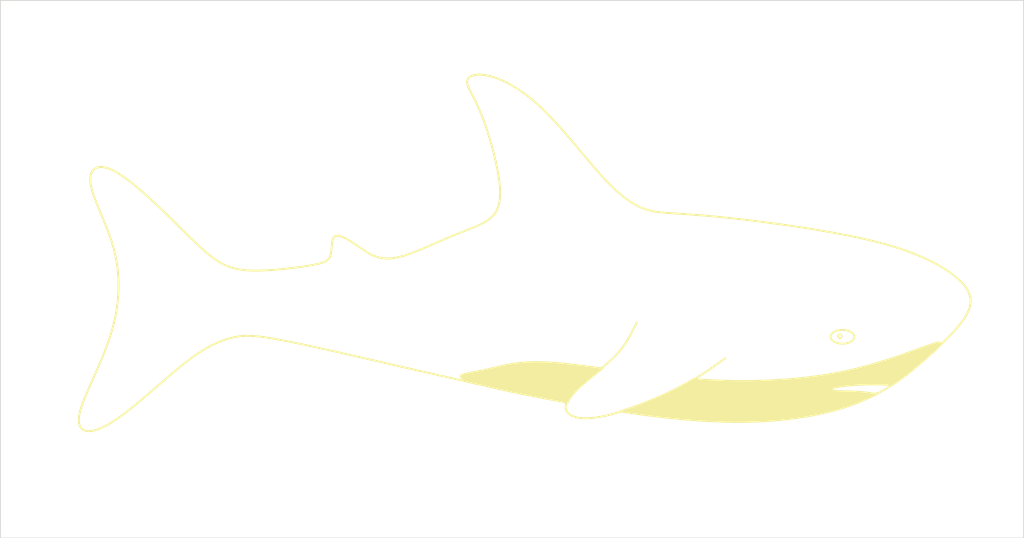
<source format=kicad_pcb>
(kicad_pcb (version 20241229) (generator "pcbnew") (generator_version "9.0")
  (layers (0 "F.Cu" signal) (2 "B.Cu" signal) (13 "F.Paste" user) (15 "B.Paste" user) (5 "F.SilkS" user "F.Silkscreen") (7 "B.SilkS" user "B.Silkscreen") (1 "F.Mask" user) (3 "B.Mask" user) (25 "Edge.Cuts" user))
  (net 0 "")
  (footprint "Symbol:Smolhaj_Scale_0.1" (layer "F.Cu") (at 180.74 77.31)
    (property "Reference" "REF**" (hide yes))
    (property "Value" "Smolhaj_Scale_0.1")
  )
  (gr_rect (start 119.93 58.39) (end 184.07 92.12) (stroke (width 0.05)) (fill no) (layer "Edge.Cuts"))
)
</source>
